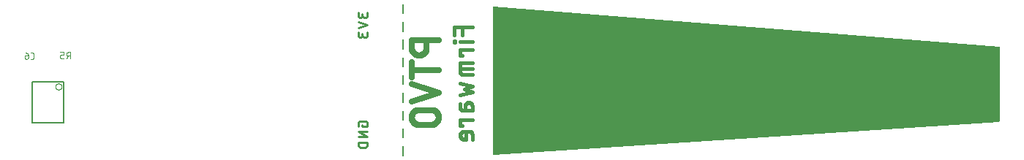
<source format=gbr>
G04 EAGLE Gerber RS-274X export*
G75*
%MOMM*%
%FSLAX34Y34*%
%LPD*%
%INSilkscreen Bottom*%
%IPPOS*%
%AMOC8*
5,1,8,0,0,1.08239X$1,22.5*%
G01*
%ADD10C,0.228600*%
%ADD11C,0.200000*%
%ADD12C,0.685800*%
%ADD13C,0.457200*%
%ADD14C,0.127000*%
%ADD15C,0.050800*%
%ADD16C,0.076200*%

G36*
X636044Y50241D02*
X636044Y50241D01*
X636050Y50240D01*
X1221050Y88976D01*
X1221165Y89002D01*
X1221280Y89027D01*
X1221285Y89030D01*
X1221290Y89031D01*
X1221390Y89093D01*
X1221491Y89153D01*
X1221495Y89158D01*
X1221499Y89160D01*
X1221574Y89251D01*
X1221651Y89340D01*
X1221653Y89345D01*
X1221656Y89350D01*
X1221699Y89459D01*
X1221743Y89568D01*
X1221744Y89575D01*
X1221745Y89579D01*
X1221746Y89596D01*
X1221761Y89735D01*
X1221761Y175160D01*
X1221743Y175270D01*
X1221728Y175382D01*
X1221723Y175392D01*
X1221722Y175402D01*
X1221669Y175501D01*
X1221619Y175603D01*
X1221611Y175610D01*
X1221606Y175620D01*
X1221525Y175697D01*
X1221445Y175777D01*
X1221436Y175782D01*
X1221428Y175789D01*
X1221326Y175836D01*
X1221225Y175887D01*
X1221213Y175889D01*
X1221205Y175893D01*
X1221180Y175896D01*
X1221061Y175918D01*
X636061Y222599D01*
X636010Y222595D01*
X635961Y222601D01*
X635889Y222585D01*
X635815Y222579D01*
X635769Y222559D01*
X635720Y222548D01*
X635657Y222511D01*
X635590Y222482D01*
X635552Y222448D01*
X635509Y222422D01*
X635461Y222366D01*
X635407Y222317D01*
X635382Y222274D01*
X635349Y222235D01*
X635322Y222167D01*
X635286Y222103D01*
X635276Y222054D01*
X635257Y222007D01*
X635244Y221887D01*
X635239Y221862D01*
X635240Y221853D01*
X635239Y221840D01*
X635239Y51000D01*
X635246Y50956D01*
X635244Y50910D01*
X635266Y50835D01*
X635279Y50757D01*
X635300Y50717D01*
X635312Y50674D01*
X635357Y50609D01*
X635394Y50540D01*
X635426Y50509D01*
X635452Y50472D01*
X635515Y50425D01*
X635572Y50371D01*
X635613Y50351D01*
X635649Y50325D01*
X635724Y50300D01*
X635795Y50267D01*
X635840Y50262D01*
X635883Y50248D01*
X636023Y50242D01*
X636039Y50240D01*
X636044Y50241D01*
G37*
D10*
X484097Y85371D02*
X484097Y83635D01*
X489882Y83635D01*
X489882Y87106D01*
X489880Y87199D01*
X489874Y87292D01*
X489865Y87385D01*
X489852Y87477D01*
X489835Y87569D01*
X489815Y87660D01*
X489791Y87750D01*
X489763Y87839D01*
X489732Y87927D01*
X489697Y88013D01*
X489659Y88098D01*
X489617Y88181D01*
X489572Y88263D01*
X489524Y88343D01*
X489472Y88421D01*
X489418Y88496D01*
X489360Y88569D01*
X489300Y88640D01*
X489237Y88709D01*
X489171Y88775D01*
X489102Y88838D01*
X489031Y88898D01*
X488958Y88956D01*
X488883Y89010D01*
X488805Y89062D01*
X488725Y89110D01*
X488643Y89155D01*
X488560Y89197D01*
X488475Y89235D01*
X488389Y89270D01*
X488301Y89301D01*
X488212Y89329D01*
X488122Y89353D01*
X488031Y89373D01*
X487939Y89390D01*
X487847Y89403D01*
X487754Y89412D01*
X487661Y89418D01*
X487568Y89420D01*
X487568Y89421D02*
X481782Y89421D01*
X481782Y89420D02*
X481686Y89418D01*
X481591Y89412D01*
X481496Y89402D01*
X481401Y89388D01*
X481307Y89371D01*
X481214Y89349D01*
X481122Y89324D01*
X481031Y89295D01*
X480941Y89262D01*
X480852Y89225D01*
X480766Y89185D01*
X480681Y89141D01*
X480598Y89094D01*
X480516Y89043D01*
X480437Y88989D01*
X480361Y88932D01*
X480286Y88872D01*
X480215Y88808D01*
X480146Y88742D01*
X480080Y88673D01*
X480016Y88602D01*
X479956Y88527D01*
X479899Y88451D01*
X479845Y88372D01*
X479794Y88291D01*
X479747Y88207D01*
X479703Y88122D01*
X479663Y88036D01*
X479626Y87947D01*
X479593Y87857D01*
X479564Y87766D01*
X479539Y87674D01*
X479517Y87581D01*
X479500Y87487D01*
X479486Y87392D01*
X479476Y87297D01*
X479470Y87202D01*
X479468Y87106D01*
X479468Y83635D01*
X479468Y77229D02*
X489882Y77229D01*
X489882Y71443D02*
X479468Y77229D01*
X479468Y71443D02*
X489882Y71443D01*
X489882Y65037D02*
X479468Y65037D01*
X479468Y62144D01*
X479470Y62038D01*
X479476Y61933D01*
X479485Y61828D01*
X479499Y61723D01*
X479516Y61619D01*
X479537Y61515D01*
X479562Y61412D01*
X479591Y61311D01*
X479623Y61210D01*
X479659Y61111D01*
X479698Y61013D01*
X479742Y60916D01*
X479788Y60821D01*
X479838Y60728D01*
X479892Y60637D01*
X479948Y60548D01*
X480008Y60461D01*
X480071Y60376D01*
X480137Y60293D01*
X480206Y60213D01*
X480278Y60136D01*
X480353Y60061D01*
X480430Y59989D01*
X480510Y59920D01*
X480593Y59854D01*
X480678Y59791D01*
X480765Y59731D01*
X480854Y59675D01*
X480945Y59621D01*
X481038Y59571D01*
X481133Y59525D01*
X481230Y59481D01*
X481328Y59442D01*
X481427Y59406D01*
X481528Y59374D01*
X481629Y59345D01*
X481732Y59320D01*
X481836Y59299D01*
X481940Y59282D01*
X482045Y59268D01*
X482150Y59259D01*
X482255Y59253D01*
X482361Y59251D01*
X486989Y59251D01*
X487095Y59253D01*
X487200Y59259D01*
X487305Y59268D01*
X487410Y59282D01*
X487514Y59299D01*
X487618Y59320D01*
X487721Y59345D01*
X487822Y59374D01*
X487923Y59406D01*
X488022Y59442D01*
X488120Y59481D01*
X488217Y59525D01*
X488312Y59571D01*
X488405Y59621D01*
X488496Y59675D01*
X488585Y59731D01*
X488672Y59791D01*
X488757Y59854D01*
X488840Y59920D01*
X488920Y59989D01*
X488997Y60061D01*
X489072Y60136D01*
X489144Y60213D01*
X489213Y60293D01*
X489279Y60376D01*
X489342Y60461D01*
X489402Y60548D01*
X489458Y60637D01*
X489512Y60728D01*
X489562Y60821D01*
X489608Y60916D01*
X489652Y61013D01*
X489691Y61111D01*
X489727Y61210D01*
X489759Y61311D01*
X489788Y61412D01*
X489813Y61515D01*
X489834Y61619D01*
X489851Y61723D01*
X489865Y61828D01*
X489874Y61933D01*
X489880Y62038D01*
X489882Y62144D01*
X489882Y65037D01*
X489882Y212528D02*
X489882Y215421D01*
X489882Y212528D02*
X489880Y212421D01*
X489874Y212314D01*
X489864Y212208D01*
X489850Y212102D01*
X489833Y211996D01*
X489811Y211892D01*
X489786Y211788D01*
X489756Y211685D01*
X489723Y211583D01*
X489687Y211483D01*
X489646Y211384D01*
X489602Y211287D01*
X489554Y211191D01*
X489503Y211097D01*
X489449Y211005D01*
X489391Y210915D01*
X489329Y210828D01*
X489265Y210742D01*
X489198Y210659D01*
X489127Y210579D01*
X489053Y210501D01*
X488977Y210426D01*
X488898Y210354D01*
X488817Y210285D01*
X488732Y210219D01*
X488646Y210156D01*
X488557Y210097D01*
X488466Y210041D01*
X488373Y209988D01*
X488279Y209938D01*
X488182Y209892D01*
X488084Y209850D01*
X487984Y209812D01*
X487883Y209777D01*
X487781Y209745D01*
X487677Y209718D01*
X487573Y209695D01*
X487468Y209675D01*
X487362Y209659D01*
X487256Y209647D01*
X487149Y209639D01*
X487042Y209635D01*
X486936Y209635D01*
X486829Y209639D01*
X486722Y209647D01*
X486616Y209659D01*
X486510Y209675D01*
X486405Y209695D01*
X486301Y209718D01*
X486197Y209745D01*
X486095Y209777D01*
X485994Y209812D01*
X485894Y209850D01*
X485796Y209892D01*
X485699Y209938D01*
X485605Y209988D01*
X485512Y210041D01*
X485421Y210097D01*
X485332Y210156D01*
X485246Y210219D01*
X485161Y210285D01*
X485080Y210354D01*
X485001Y210426D01*
X484925Y210501D01*
X484851Y210579D01*
X484780Y210659D01*
X484713Y210742D01*
X484649Y210828D01*
X484587Y210915D01*
X484529Y211005D01*
X484475Y211097D01*
X484424Y211191D01*
X484376Y211287D01*
X484332Y211384D01*
X484291Y211483D01*
X484255Y211583D01*
X484222Y211685D01*
X484192Y211788D01*
X484167Y211892D01*
X484145Y211996D01*
X484128Y212102D01*
X484114Y212208D01*
X484104Y212314D01*
X484098Y212421D01*
X484096Y212528D01*
X479468Y211949D02*
X479468Y215421D01*
X479468Y211949D02*
X479470Y211855D01*
X479476Y211760D01*
X479485Y211666D01*
X479499Y211573D01*
X479516Y211480D01*
X479537Y211388D01*
X479562Y211297D01*
X479590Y211207D01*
X479622Y211118D01*
X479658Y211031D01*
X479697Y210945D01*
X479740Y210861D01*
X479786Y210778D01*
X479835Y210698D01*
X479888Y210620D01*
X479944Y210543D01*
X480003Y210470D01*
X480064Y210398D01*
X480129Y210330D01*
X480197Y210263D01*
X480267Y210200D01*
X480339Y210140D01*
X480414Y210082D01*
X480492Y210028D01*
X480571Y209977D01*
X480652Y209929D01*
X480736Y209885D01*
X480821Y209844D01*
X480907Y209807D01*
X480995Y209773D01*
X481085Y209742D01*
X481175Y209716D01*
X481267Y209693D01*
X481360Y209674D01*
X481453Y209659D01*
X481546Y209647D01*
X481640Y209639D01*
X481735Y209635D01*
X481829Y209635D01*
X481924Y209639D01*
X482018Y209647D01*
X482111Y209659D01*
X482204Y209674D01*
X482297Y209693D01*
X482389Y209716D01*
X482479Y209742D01*
X482569Y209773D01*
X482657Y209807D01*
X482743Y209844D01*
X482828Y209885D01*
X482912Y209929D01*
X482993Y209977D01*
X483072Y210028D01*
X483150Y210082D01*
X483225Y210140D01*
X483297Y210200D01*
X483367Y210263D01*
X483435Y210330D01*
X483500Y210398D01*
X483561Y210470D01*
X483620Y210543D01*
X483676Y210620D01*
X483729Y210698D01*
X483778Y210778D01*
X483824Y210861D01*
X483867Y210945D01*
X483906Y211031D01*
X483942Y211118D01*
X483974Y211207D01*
X484002Y211297D01*
X484027Y211388D01*
X484048Y211480D01*
X484065Y211573D01*
X484079Y211666D01*
X484088Y211760D01*
X484094Y211855D01*
X484096Y211949D01*
X484097Y211949D02*
X484097Y214263D01*
X479468Y204569D02*
X489882Y201098D01*
X479468Y197627D01*
X489882Y192561D02*
X489882Y189668D01*
X489880Y189561D01*
X489874Y189454D01*
X489864Y189348D01*
X489850Y189242D01*
X489833Y189136D01*
X489811Y189032D01*
X489786Y188928D01*
X489756Y188825D01*
X489723Y188723D01*
X489687Y188623D01*
X489646Y188524D01*
X489602Y188427D01*
X489554Y188331D01*
X489503Y188237D01*
X489449Y188145D01*
X489391Y188055D01*
X489329Y187968D01*
X489265Y187882D01*
X489198Y187799D01*
X489127Y187719D01*
X489053Y187641D01*
X488977Y187566D01*
X488898Y187494D01*
X488817Y187425D01*
X488732Y187359D01*
X488646Y187296D01*
X488557Y187237D01*
X488466Y187181D01*
X488373Y187128D01*
X488279Y187078D01*
X488182Y187032D01*
X488084Y186990D01*
X487984Y186952D01*
X487883Y186917D01*
X487781Y186885D01*
X487677Y186858D01*
X487573Y186835D01*
X487468Y186815D01*
X487362Y186799D01*
X487256Y186787D01*
X487149Y186779D01*
X487042Y186775D01*
X486936Y186775D01*
X486829Y186779D01*
X486722Y186787D01*
X486616Y186799D01*
X486510Y186815D01*
X486405Y186835D01*
X486301Y186858D01*
X486197Y186885D01*
X486095Y186917D01*
X485994Y186952D01*
X485894Y186990D01*
X485796Y187032D01*
X485699Y187078D01*
X485605Y187128D01*
X485512Y187181D01*
X485421Y187237D01*
X485332Y187296D01*
X485246Y187359D01*
X485161Y187425D01*
X485080Y187494D01*
X485001Y187566D01*
X484925Y187641D01*
X484851Y187719D01*
X484780Y187799D01*
X484713Y187882D01*
X484649Y187968D01*
X484587Y188055D01*
X484529Y188145D01*
X484475Y188237D01*
X484424Y188331D01*
X484376Y188427D01*
X484332Y188524D01*
X484291Y188623D01*
X484255Y188723D01*
X484222Y188825D01*
X484192Y188928D01*
X484167Y189032D01*
X484145Y189136D01*
X484128Y189242D01*
X484114Y189348D01*
X484104Y189454D01*
X484098Y189561D01*
X484096Y189668D01*
X479468Y189089D02*
X479468Y192561D01*
X479468Y189089D02*
X479470Y188995D01*
X479476Y188900D01*
X479485Y188806D01*
X479499Y188713D01*
X479516Y188620D01*
X479537Y188528D01*
X479562Y188437D01*
X479590Y188347D01*
X479622Y188258D01*
X479658Y188171D01*
X479697Y188085D01*
X479740Y188001D01*
X479786Y187918D01*
X479835Y187838D01*
X479888Y187760D01*
X479944Y187683D01*
X480003Y187610D01*
X480064Y187538D01*
X480129Y187470D01*
X480197Y187403D01*
X480267Y187340D01*
X480339Y187280D01*
X480414Y187222D01*
X480492Y187168D01*
X480571Y187117D01*
X480652Y187069D01*
X480736Y187025D01*
X480821Y186984D01*
X480907Y186947D01*
X480995Y186913D01*
X481085Y186882D01*
X481175Y186856D01*
X481267Y186833D01*
X481360Y186814D01*
X481453Y186799D01*
X481546Y186787D01*
X481640Y186779D01*
X481735Y186775D01*
X481829Y186775D01*
X481924Y186779D01*
X482018Y186787D01*
X482111Y186799D01*
X482204Y186814D01*
X482297Y186833D01*
X482389Y186856D01*
X482479Y186882D01*
X482569Y186913D01*
X482657Y186947D01*
X482743Y186984D01*
X482828Y187025D01*
X482912Y187069D01*
X482993Y187117D01*
X483072Y187168D01*
X483150Y187222D01*
X483225Y187280D01*
X483297Y187340D01*
X483367Y187403D01*
X483435Y187470D01*
X483500Y187538D01*
X483561Y187610D01*
X483620Y187683D01*
X483676Y187760D01*
X483729Y187838D01*
X483778Y187918D01*
X483824Y188001D01*
X483867Y188085D01*
X483906Y188171D01*
X483942Y188258D01*
X483974Y188347D01*
X484002Y188437D01*
X484027Y188528D01*
X484048Y188620D01*
X484065Y188713D01*
X484079Y188806D01*
X484088Y188900D01*
X484094Y188995D01*
X484096Y189089D01*
X484097Y189089D02*
X484097Y191404D01*
D11*
X636000Y202250D02*
X636000Y213000D01*
X636000Y192250D02*
X636000Y181500D01*
X636000Y171500D02*
X636000Y160750D01*
X636000Y150750D02*
X636000Y140000D01*
X636000Y130000D02*
X636000Y119250D01*
X636000Y109250D02*
X636000Y98500D01*
X636000Y88500D02*
X636000Y77750D01*
X636000Y67750D02*
X636000Y57000D01*
X531000Y214444D02*
X531000Y225000D01*
X531000Y204444D02*
X531000Y193889D01*
X531000Y183889D02*
X531000Y173333D01*
X531000Y163333D02*
X531000Y152778D01*
X531000Y142778D02*
X531000Y132222D01*
X531000Y122222D02*
X531000Y111667D01*
X531000Y101667D02*
X531000Y91111D01*
X531000Y81111D02*
X531000Y70556D01*
X531000Y60556D02*
X531000Y50000D01*
D12*
X541354Y183135D02*
X572596Y183135D01*
X541354Y183135D02*
X541354Y174456D01*
X541357Y174245D01*
X541364Y174033D01*
X541377Y173823D01*
X541395Y173612D01*
X541418Y173402D01*
X541446Y173192D01*
X541480Y172984D01*
X541518Y172776D01*
X541562Y172569D01*
X541610Y172363D01*
X541664Y172159D01*
X541722Y171956D01*
X541785Y171754D01*
X541854Y171554D01*
X541927Y171356D01*
X542005Y171159D01*
X542087Y170965D01*
X542175Y170773D01*
X542267Y170582D01*
X542363Y170394D01*
X542464Y170209D01*
X542570Y170026D01*
X542680Y169845D01*
X542795Y169668D01*
X542913Y169493D01*
X543036Y169321D01*
X543163Y169152D01*
X543295Y168987D01*
X543430Y168824D01*
X543569Y168665D01*
X543712Y168509D01*
X543858Y168357D01*
X544009Y168209D01*
X544163Y168064D01*
X544320Y167923D01*
X544481Y167786D01*
X544645Y167652D01*
X544812Y167523D01*
X544983Y167398D01*
X545156Y167277D01*
X545332Y167161D01*
X545511Y167049D01*
X545693Y166941D01*
X545877Y166837D01*
X546064Y166738D01*
X546253Y166644D01*
X546445Y166554D01*
X546638Y166469D01*
X546833Y166389D01*
X547031Y166313D01*
X547230Y166243D01*
X547431Y166177D01*
X547633Y166116D01*
X547837Y166060D01*
X548042Y166009D01*
X548248Y165963D01*
X548456Y165922D01*
X548664Y165886D01*
X548873Y165856D01*
X549083Y165830D01*
X549293Y165810D01*
X549504Y165794D01*
X549715Y165784D01*
X549926Y165779D01*
X550138Y165779D01*
X550349Y165784D01*
X550560Y165794D01*
X550771Y165810D01*
X550981Y165830D01*
X551191Y165856D01*
X551400Y165886D01*
X551608Y165922D01*
X551816Y165963D01*
X552022Y166009D01*
X552227Y166060D01*
X552431Y166116D01*
X552633Y166177D01*
X552834Y166243D01*
X553033Y166313D01*
X553231Y166389D01*
X553426Y166469D01*
X553619Y166554D01*
X553811Y166644D01*
X554000Y166738D01*
X554187Y166837D01*
X554371Y166941D01*
X554553Y167049D01*
X554732Y167161D01*
X554908Y167277D01*
X555081Y167398D01*
X555252Y167523D01*
X555419Y167652D01*
X555583Y167786D01*
X555744Y167923D01*
X555901Y168064D01*
X556055Y168209D01*
X556206Y168357D01*
X556352Y168509D01*
X556495Y168665D01*
X556634Y168824D01*
X556769Y168987D01*
X556901Y169152D01*
X557028Y169321D01*
X557151Y169493D01*
X557269Y169668D01*
X557384Y169845D01*
X557494Y170026D01*
X557600Y170209D01*
X557701Y170394D01*
X557797Y170582D01*
X557889Y170773D01*
X557977Y170965D01*
X558059Y171159D01*
X558137Y171356D01*
X558210Y171554D01*
X558279Y171754D01*
X558342Y171956D01*
X558400Y172159D01*
X558454Y172363D01*
X558502Y172569D01*
X558546Y172776D01*
X558584Y172984D01*
X558618Y173192D01*
X558646Y173402D01*
X558669Y173612D01*
X558687Y173823D01*
X558700Y174033D01*
X558707Y174245D01*
X558710Y174456D01*
X558711Y174456D02*
X558711Y183135D01*
X572596Y149021D02*
X541354Y149021D01*
X541354Y157699D02*
X541354Y140343D01*
X541354Y132765D02*
X572596Y122351D01*
X541354Y111937D01*
X550032Y102454D02*
X563918Y102454D01*
X550032Y102454D02*
X549821Y102451D01*
X549609Y102444D01*
X549399Y102431D01*
X549188Y102413D01*
X548978Y102390D01*
X548768Y102362D01*
X548560Y102328D01*
X548352Y102290D01*
X548145Y102246D01*
X547939Y102198D01*
X547735Y102144D01*
X547532Y102086D01*
X547330Y102023D01*
X547130Y101954D01*
X546932Y101881D01*
X546735Y101803D01*
X546541Y101721D01*
X546349Y101633D01*
X546158Y101541D01*
X545970Y101445D01*
X545785Y101344D01*
X545602Y101238D01*
X545421Y101128D01*
X545244Y101013D01*
X545069Y100895D01*
X544897Y100772D01*
X544728Y100645D01*
X544563Y100513D01*
X544400Y100378D01*
X544241Y100239D01*
X544085Y100096D01*
X543933Y99950D01*
X543785Y99799D01*
X543640Y99645D01*
X543499Y99488D01*
X543362Y99327D01*
X543228Y99163D01*
X543099Y98996D01*
X542974Y98825D01*
X542853Y98652D01*
X542737Y98476D01*
X542625Y98297D01*
X542517Y98115D01*
X542413Y97931D01*
X542314Y97744D01*
X542220Y97555D01*
X542130Y97363D01*
X542045Y97170D01*
X541965Y96975D01*
X541889Y96777D01*
X541819Y96578D01*
X541753Y96377D01*
X541692Y96175D01*
X541636Y95971D01*
X541585Y95766D01*
X541539Y95560D01*
X541498Y95352D01*
X541462Y95144D01*
X541432Y94935D01*
X541406Y94725D01*
X541386Y94515D01*
X541370Y94304D01*
X541360Y94093D01*
X541355Y93882D01*
X541355Y93670D01*
X541360Y93459D01*
X541370Y93248D01*
X541386Y93037D01*
X541406Y92827D01*
X541432Y92617D01*
X541462Y92408D01*
X541498Y92200D01*
X541539Y91992D01*
X541585Y91786D01*
X541636Y91581D01*
X541692Y91377D01*
X541753Y91175D01*
X541819Y90974D01*
X541889Y90775D01*
X541965Y90577D01*
X542045Y90382D01*
X542130Y90189D01*
X542220Y89997D01*
X542314Y89808D01*
X542413Y89621D01*
X542517Y89437D01*
X542625Y89255D01*
X542737Y89076D01*
X542853Y88900D01*
X542974Y88727D01*
X543099Y88556D01*
X543228Y88389D01*
X543362Y88225D01*
X543499Y88064D01*
X543640Y87907D01*
X543785Y87753D01*
X543933Y87602D01*
X544085Y87456D01*
X544241Y87313D01*
X544400Y87174D01*
X544563Y87039D01*
X544728Y86907D01*
X544897Y86780D01*
X545069Y86657D01*
X545244Y86539D01*
X545421Y86424D01*
X545602Y86314D01*
X545785Y86208D01*
X545970Y86107D01*
X546158Y86011D01*
X546349Y85919D01*
X546541Y85831D01*
X546735Y85749D01*
X546932Y85671D01*
X547130Y85598D01*
X547330Y85529D01*
X547532Y85466D01*
X547735Y85408D01*
X547939Y85354D01*
X548145Y85306D01*
X548352Y85262D01*
X548560Y85224D01*
X548768Y85190D01*
X548978Y85162D01*
X549188Y85139D01*
X549399Y85121D01*
X549609Y85108D01*
X549821Y85101D01*
X550032Y85098D01*
X563918Y85098D01*
X564129Y85101D01*
X564341Y85108D01*
X564551Y85121D01*
X564762Y85139D01*
X564972Y85162D01*
X565182Y85190D01*
X565390Y85224D01*
X565598Y85262D01*
X565805Y85306D01*
X566011Y85354D01*
X566215Y85408D01*
X566418Y85466D01*
X566620Y85529D01*
X566820Y85598D01*
X567018Y85671D01*
X567215Y85749D01*
X567409Y85831D01*
X567601Y85919D01*
X567792Y86011D01*
X567980Y86107D01*
X568165Y86208D01*
X568348Y86314D01*
X568529Y86424D01*
X568706Y86539D01*
X568881Y86657D01*
X569053Y86780D01*
X569222Y86907D01*
X569387Y87039D01*
X569550Y87174D01*
X569709Y87313D01*
X569865Y87456D01*
X570017Y87602D01*
X570165Y87753D01*
X570310Y87907D01*
X570451Y88064D01*
X570588Y88225D01*
X570722Y88389D01*
X570851Y88556D01*
X570976Y88727D01*
X571097Y88900D01*
X571213Y89076D01*
X571325Y89255D01*
X571433Y89437D01*
X571537Y89621D01*
X571636Y89808D01*
X571730Y89997D01*
X571820Y90189D01*
X571905Y90382D01*
X571985Y90577D01*
X572061Y90775D01*
X572131Y90974D01*
X572197Y91175D01*
X572258Y91377D01*
X572314Y91581D01*
X572365Y91786D01*
X572411Y91992D01*
X572452Y92200D01*
X572488Y92408D01*
X572518Y92617D01*
X572544Y92827D01*
X572564Y93037D01*
X572580Y93248D01*
X572590Y93459D01*
X572595Y93670D01*
X572595Y93882D01*
X572590Y94093D01*
X572580Y94304D01*
X572564Y94515D01*
X572544Y94725D01*
X572518Y94935D01*
X572488Y95144D01*
X572452Y95352D01*
X572411Y95560D01*
X572365Y95766D01*
X572314Y95971D01*
X572258Y96175D01*
X572197Y96377D01*
X572131Y96578D01*
X572061Y96777D01*
X571985Y96975D01*
X571905Y97170D01*
X571820Y97363D01*
X571730Y97555D01*
X571636Y97744D01*
X571537Y97931D01*
X571433Y98115D01*
X571325Y98297D01*
X571213Y98476D01*
X571097Y98652D01*
X570976Y98825D01*
X570851Y98996D01*
X570722Y99163D01*
X570588Y99327D01*
X570451Y99488D01*
X570310Y99645D01*
X570165Y99799D01*
X570017Y99950D01*
X569865Y100096D01*
X569709Y100239D01*
X569550Y100378D01*
X569387Y100513D01*
X569222Y100645D01*
X569053Y100772D01*
X568881Y100895D01*
X568706Y101013D01*
X568529Y101128D01*
X568348Y101238D01*
X568165Y101344D01*
X567980Y101445D01*
X567792Y101541D01*
X567601Y101633D01*
X567409Y101721D01*
X567215Y101803D01*
X567018Y101881D01*
X566820Y101954D01*
X566620Y102023D01*
X566418Y102086D01*
X566215Y102144D01*
X566011Y102198D01*
X565805Y102246D01*
X565598Y102290D01*
X565390Y102328D01*
X565182Y102362D01*
X564972Y102390D01*
X564762Y102413D01*
X564551Y102431D01*
X564341Y102444D01*
X564129Y102451D01*
X563918Y102454D01*
D13*
X590411Y198528D02*
X611239Y198528D01*
X590411Y198528D02*
X590411Y189271D01*
X599668Y189271D02*
X599668Y198528D01*
X597354Y181668D02*
X611239Y181668D01*
X591568Y182246D02*
X590411Y182246D01*
X590411Y181089D01*
X591568Y181089D01*
X591568Y182246D01*
X597354Y172217D02*
X611239Y172217D01*
X597354Y172217D02*
X597354Y165274D01*
X599668Y165274D01*
X597354Y157292D02*
X611239Y157292D01*
X597354Y157292D02*
X597354Y146878D01*
X597356Y146762D01*
X597362Y146646D01*
X597371Y146531D01*
X597385Y146415D01*
X597402Y146301D01*
X597424Y146187D01*
X597449Y146073D01*
X597477Y145961D01*
X597510Y145850D01*
X597546Y145739D01*
X597586Y145630D01*
X597629Y145523D01*
X597676Y145417D01*
X597727Y145313D01*
X597781Y145210D01*
X597839Y145109D01*
X597899Y145010D01*
X597963Y144914D01*
X598031Y144819D01*
X598101Y144727D01*
X598174Y144637D01*
X598251Y144550D01*
X598330Y144465D01*
X598412Y144383D01*
X598497Y144304D01*
X598584Y144227D01*
X598674Y144154D01*
X598766Y144084D01*
X598861Y144016D01*
X598957Y143952D01*
X599056Y143892D01*
X599157Y143834D01*
X599260Y143780D01*
X599364Y143729D01*
X599470Y143682D01*
X599577Y143639D01*
X599686Y143599D01*
X599797Y143563D01*
X599908Y143530D01*
X600020Y143502D01*
X600134Y143477D01*
X600248Y143455D01*
X600362Y143438D01*
X600478Y143424D01*
X600593Y143415D01*
X600709Y143409D01*
X600825Y143407D01*
X611239Y143407D01*
X611239Y150350D02*
X597354Y150350D01*
X597354Y133630D02*
X611239Y130158D01*
X601982Y126687D01*
X611239Y123216D01*
X597354Y119744D01*
X603139Y107211D02*
X603139Y102004D01*
X603139Y107211D02*
X603141Y107337D01*
X603147Y107463D01*
X603157Y107588D01*
X603170Y107714D01*
X603188Y107838D01*
X603209Y107962D01*
X603235Y108086D01*
X603264Y108208D01*
X603297Y108330D01*
X603333Y108451D01*
X603374Y108570D01*
X603418Y108688D01*
X603466Y108804D01*
X603517Y108919D01*
X603572Y109033D01*
X603630Y109144D01*
X603692Y109254D01*
X603757Y109362D01*
X603826Y109468D01*
X603898Y109571D01*
X603973Y109672D01*
X604051Y109771D01*
X604132Y109868D01*
X604216Y109961D01*
X604303Y110052D01*
X604393Y110141D01*
X604485Y110226D01*
X604580Y110309D01*
X604678Y110389D01*
X604778Y110465D01*
X604880Y110539D01*
X604985Y110609D01*
X605092Y110676D01*
X605200Y110739D01*
X605311Y110799D01*
X605424Y110856D01*
X605538Y110909D01*
X605654Y110959D01*
X605771Y111005D01*
X605890Y111047D01*
X606010Y111085D01*
X606131Y111120D01*
X606253Y111151D01*
X606376Y111179D01*
X606500Y111202D01*
X606624Y111221D01*
X606749Y111237D01*
X606874Y111249D01*
X607000Y111257D01*
X607126Y111261D01*
X607252Y111261D01*
X607378Y111257D01*
X607504Y111249D01*
X607629Y111237D01*
X607754Y111221D01*
X607878Y111202D01*
X608002Y111179D01*
X608125Y111151D01*
X608247Y111120D01*
X608368Y111085D01*
X608488Y111047D01*
X608607Y111005D01*
X608724Y110959D01*
X608840Y110909D01*
X608954Y110856D01*
X609067Y110799D01*
X609178Y110739D01*
X609286Y110676D01*
X609393Y110609D01*
X609498Y110539D01*
X609600Y110465D01*
X609700Y110389D01*
X609798Y110309D01*
X609893Y110226D01*
X609985Y110141D01*
X610075Y110052D01*
X610162Y109961D01*
X610246Y109868D01*
X610327Y109771D01*
X610405Y109672D01*
X610480Y109571D01*
X610552Y109468D01*
X610621Y109362D01*
X610686Y109254D01*
X610748Y109144D01*
X610806Y109033D01*
X610861Y108919D01*
X610912Y108804D01*
X610960Y108688D01*
X611004Y108570D01*
X611045Y108451D01*
X611081Y108330D01*
X611114Y108208D01*
X611143Y108086D01*
X611169Y107962D01*
X611190Y107838D01*
X611208Y107714D01*
X611221Y107588D01*
X611231Y107463D01*
X611237Y107337D01*
X611239Y107211D01*
X611239Y102004D01*
X600825Y102004D01*
X600709Y102006D01*
X600593Y102012D01*
X600478Y102021D01*
X600362Y102035D01*
X600248Y102052D01*
X600134Y102074D01*
X600020Y102099D01*
X599908Y102127D01*
X599797Y102160D01*
X599686Y102196D01*
X599577Y102236D01*
X599470Y102279D01*
X599364Y102326D01*
X599260Y102377D01*
X599157Y102431D01*
X599056Y102489D01*
X598957Y102549D01*
X598861Y102613D01*
X598766Y102681D01*
X598674Y102751D01*
X598584Y102824D01*
X598497Y102901D01*
X598412Y102980D01*
X598330Y103062D01*
X598251Y103147D01*
X598174Y103234D01*
X598101Y103324D01*
X598031Y103416D01*
X597963Y103511D01*
X597899Y103607D01*
X597839Y103706D01*
X597781Y103807D01*
X597727Y103910D01*
X597676Y104014D01*
X597629Y104120D01*
X597586Y104228D01*
X597546Y104336D01*
X597510Y104447D01*
X597477Y104558D01*
X597449Y104670D01*
X597424Y104784D01*
X597402Y104898D01*
X597385Y105012D01*
X597371Y105128D01*
X597362Y105243D01*
X597356Y105359D01*
X597354Y105475D01*
X597354Y110103D01*
X597354Y91486D02*
X611239Y91486D01*
X597354Y91486D02*
X597354Y84543D01*
X599668Y84543D01*
X611239Y74255D02*
X611239Y68470D01*
X611239Y74255D02*
X611237Y74371D01*
X611231Y74487D01*
X611222Y74602D01*
X611208Y74718D01*
X611191Y74832D01*
X611169Y74946D01*
X611144Y75060D01*
X611116Y75172D01*
X611083Y75283D01*
X611047Y75394D01*
X611007Y75503D01*
X610964Y75610D01*
X610917Y75716D01*
X610866Y75820D01*
X610812Y75923D01*
X610754Y76024D01*
X610694Y76123D01*
X610630Y76219D01*
X610562Y76314D01*
X610492Y76406D01*
X610419Y76496D01*
X610342Y76583D01*
X610263Y76668D01*
X610181Y76750D01*
X610096Y76829D01*
X610009Y76906D01*
X609919Y76979D01*
X609827Y77049D01*
X609732Y77117D01*
X609636Y77181D01*
X609537Y77241D01*
X609436Y77299D01*
X609333Y77353D01*
X609229Y77404D01*
X609123Y77451D01*
X609016Y77494D01*
X608907Y77534D01*
X608796Y77570D01*
X608685Y77603D01*
X608573Y77631D01*
X608459Y77656D01*
X608345Y77678D01*
X608231Y77695D01*
X608115Y77709D01*
X608000Y77718D01*
X607884Y77724D01*
X607768Y77726D01*
X607768Y77727D02*
X601982Y77727D01*
X601982Y77726D02*
X601847Y77724D01*
X601713Y77718D01*
X601579Y77708D01*
X601445Y77695D01*
X601311Y77677D01*
X601178Y77656D01*
X601046Y77630D01*
X600915Y77601D01*
X600784Y77568D01*
X600655Y77532D01*
X600526Y77491D01*
X600399Y77447D01*
X600273Y77399D01*
X600149Y77348D01*
X600026Y77292D01*
X599905Y77234D01*
X599786Y77172D01*
X599668Y77106D01*
X599552Y77037D01*
X599439Y76965D01*
X599327Y76889D01*
X599218Y76810D01*
X599112Y76728D01*
X599007Y76643D01*
X598905Y76555D01*
X598806Y76464D01*
X598710Y76370D01*
X598616Y76274D01*
X598525Y76175D01*
X598437Y76073D01*
X598352Y75968D01*
X598270Y75862D01*
X598191Y75753D01*
X598115Y75641D01*
X598043Y75528D01*
X597974Y75412D01*
X597908Y75294D01*
X597846Y75175D01*
X597788Y75054D01*
X597732Y74931D01*
X597681Y74807D01*
X597633Y74681D01*
X597589Y74554D01*
X597548Y74425D01*
X597512Y74296D01*
X597479Y74165D01*
X597450Y74034D01*
X597424Y73902D01*
X597403Y73769D01*
X597385Y73635D01*
X597372Y73501D01*
X597362Y73367D01*
X597356Y73233D01*
X597354Y73098D01*
X597356Y72963D01*
X597362Y72829D01*
X597372Y72695D01*
X597385Y72561D01*
X597403Y72427D01*
X597424Y72294D01*
X597450Y72162D01*
X597479Y72031D01*
X597512Y71900D01*
X597548Y71771D01*
X597589Y71642D01*
X597633Y71515D01*
X597681Y71389D01*
X597732Y71265D01*
X597788Y71142D01*
X597846Y71021D01*
X597908Y70902D01*
X597974Y70784D01*
X598043Y70668D01*
X598115Y70555D01*
X598191Y70443D01*
X598270Y70334D01*
X598352Y70228D01*
X598437Y70123D01*
X598525Y70021D01*
X598616Y69922D01*
X598710Y69826D01*
X598806Y69732D01*
X598905Y69641D01*
X599007Y69553D01*
X599112Y69468D01*
X599218Y69386D01*
X599327Y69307D01*
X599439Y69231D01*
X599552Y69159D01*
X599668Y69090D01*
X599786Y69024D01*
X599905Y68962D01*
X600026Y68904D01*
X600149Y68848D01*
X600273Y68797D01*
X600399Y68749D01*
X600526Y68705D01*
X600655Y68664D01*
X600784Y68628D01*
X600915Y68595D01*
X601046Y68566D01*
X601178Y68540D01*
X601311Y68519D01*
X601445Y68501D01*
X601579Y68488D01*
X601713Y68478D01*
X601847Y68472D01*
X601982Y68470D01*
X604296Y68470D01*
X604296Y77727D01*
D14*
X138034Y88028D02*
X138034Y135272D01*
X138034Y88028D02*
X101966Y88028D01*
X101966Y135272D01*
X138034Y135272D01*
D15*
X128890Y129684D02*
X128892Y129803D01*
X128898Y129922D01*
X128908Y130040D01*
X128922Y130158D01*
X128940Y130275D01*
X128961Y130392D01*
X128987Y130508D01*
X129016Y130623D01*
X129050Y130738D01*
X129087Y130850D01*
X129128Y130962D01*
X129172Y131072D01*
X129220Y131181D01*
X129272Y131288D01*
X129328Y131393D01*
X129386Y131496D01*
X129449Y131597D01*
X129514Y131697D01*
X129583Y131793D01*
X129655Y131888D01*
X129730Y131980D01*
X129809Y132069D01*
X129890Y132156D01*
X129974Y132240D01*
X130061Y132321D01*
X130150Y132400D01*
X130242Y132475D01*
X130337Y132547D01*
X130433Y132616D01*
X130533Y132681D01*
X130634Y132744D01*
X130737Y132802D01*
X130842Y132858D01*
X130949Y132910D01*
X131058Y132958D01*
X131168Y133002D01*
X131280Y133043D01*
X131392Y133080D01*
X131507Y133114D01*
X131622Y133143D01*
X131738Y133169D01*
X131855Y133190D01*
X131972Y133208D01*
X132090Y133222D01*
X132208Y133232D01*
X132327Y133238D01*
X132446Y133240D01*
X132565Y133238D01*
X132684Y133232D01*
X132802Y133222D01*
X132920Y133208D01*
X133037Y133190D01*
X133154Y133169D01*
X133270Y133143D01*
X133385Y133114D01*
X133500Y133080D01*
X133612Y133043D01*
X133724Y133002D01*
X133834Y132958D01*
X133943Y132910D01*
X134050Y132858D01*
X134155Y132802D01*
X134258Y132744D01*
X134359Y132681D01*
X134459Y132616D01*
X134555Y132547D01*
X134650Y132475D01*
X134742Y132400D01*
X134831Y132321D01*
X134918Y132240D01*
X135002Y132156D01*
X135083Y132069D01*
X135162Y131980D01*
X135237Y131888D01*
X135309Y131793D01*
X135378Y131697D01*
X135443Y131597D01*
X135506Y131496D01*
X135564Y131393D01*
X135620Y131288D01*
X135672Y131181D01*
X135720Y131072D01*
X135764Y130962D01*
X135805Y130850D01*
X135842Y130738D01*
X135876Y130623D01*
X135905Y130508D01*
X135931Y130392D01*
X135952Y130275D01*
X135970Y130158D01*
X135984Y130040D01*
X135994Y129922D01*
X136000Y129803D01*
X136002Y129684D01*
X136000Y129565D01*
X135994Y129446D01*
X135984Y129328D01*
X135970Y129210D01*
X135952Y129093D01*
X135931Y128976D01*
X135905Y128860D01*
X135876Y128745D01*
X135842Y128630D01*
X135805Y128518D01*
X135764Y128406D01*
X135720Y128296D01*
X135672Y128187D01*
X135620Y128080D01*
X135564Y127975D01*
X135506Y127872D01*
X135443Y127771D01*
X135378Y127671D01*
X135309Y127575D01*
X135237Y127480D01*
X135162Y127388D01*
X135083Y127299D01*
X135002Y127212D01*
X134918Y127128D01*
X134831Y127047D01*
X134742Y126968D01*
X134650Y126893D01*
X134555Y126821D01*
X134459Y126752D01*
X134359Y126687D01*
X134258Y126624D01*
X134155Y126566D01*
X134050Y126510D01*
X133943Y126458D01*
X133834Y126410D01*
X133724Y126366D01*
X133612Y126325D01*
X133500Y126288D01*
X133385Y126254D01*
X133270Y126225D01*
X133154Y126199D01*
X133037Y126178D01*
X132920Y126160D01*
X132802Y126146D01*
X132684Y126136D01*
X132565Y126130D01*
X132446Y126128D01*
X132327Y126130D01*
X132208Y126136D01*
X132090Y126146D01*
X131972Y126160D01*
X131855Y126178D01*
X131738Y126199D01*
X131622Y126225D01*
X131507Y126254D01*
X131392Y126288D01*
X131280Y126325D01*
X131168Y126366D01*
X131058Y126410D01*
X130949Y126458D01*
X130842Y126510D01*
X130737Y126566D01*
X130634Y126624D01*
X130533Y126687D01*
X130433Y126752D01*
X130337Y126821D01*
X130242Y126893D01*
X130150Y126968D01*
X130061Y127047D01*
X129974Y127128D01*
X129890Y127212D01*
X129809Y127299D01*
X129730Y127388D01*
X129655Y127480D01*
X129583Y127575D01*
X129514Y127671D01*
X129449Y127771D01*
X129386Y127872D01*
X129328Y127975D01*
X129272Y128080D01*
X129220Y128187D01*
X129172Y128296D01*
X129128Y128406D01*
X129087Y128518D01*
X129050Y128630D01*
X129016Y128745D01*
X128987Y128860D01*
X128961Y128976D01*
X128940Y129093D01*
X128922Y129210D01*
X128908Y129328D01*
X128898Y129446D01*
X128892Y129565D01*
X128890Y129684D01*
D16*
X145577Y162093D02*
X145577Y169459D01*
X143531Y169459D01*
X143442Y169457D01*
X143353Y169451D01*
X143264Y169441D01*
X143176Y169428D01*
X143088Y169411D01*
X143001Y169389D01*
X142916Y169364D01*
X142831Y169336D01*
X142748Y169303D01*
X142666Y169267D01*
X142586Y169228D01*
X142508Y169185D01*
X142432Y169139D01*
X142357Y169089D01*
X142285Y169036D01*
X142216Y168980D01*
X142149Y168921D01*
X142084Y168860D01*
X142023Y168795D01*
X141964Y168728D01*
X141908Y168659D01*
X141855Y168587D01*
X141805Y168512D01*
X141759Y168436D01*
X141716Y168358D01*
X141677Y168278D01*
X141641Y168196D01*
X141608Y168113D01*
X141580Y168028D01*
X141555Y167943D01*
X141533Y167856D01*
X141516Y167768D01*
X141503Y167680D01*
X141493Y167591D01*
X141487Y167502D01*
X141485Y167413D01*
X141487Y167324D01*
X141493Y167235D01*
X141503Y167146D01*
X141516Y167058D01*
X141533Y166970D01*
X141555Y166883D01*
X141580Y166798D01*
X141608Y166713D01*
X141641Y166630D01*
X141677Y166548D01*
X141716Y166468D01*
X141759Y166390D01*
X141805Y166314D01*
X141855Y166239D01*
X141908Y166167D01*
X141964Y166098D01*
X142023Y166031D01*
X142084Y165966D01*
X142149Y165905D01*
X142216Y165846D01*
X142285Y165790D01*
X142357Y165737D01*
X142432Y165687D01*
X142508Y165641D01*
X142586Y165598D01*
X142666Y165559D01*
X142748Y165523D01*
X142831Y165490D01*
X142916Y165462D01*
X143001Y165437D01*
X143088Y165415D01*
X143176Y165398D01*
X143264Y165385D01*
X143353Y165375D01*
X143442Y165369D01*
X143531Y165367D01*
X145577Y165367D01*
X143122Y165367D02*
X141485Y162093D01*
X138313Y162093D02*
X135858Y162093D01*
X135778Y162095D01*
X135698Y162101D01*
X135618Y162111D01*
X135539Y162124D01*
X135460Y162142D01*
X135383Y162163D01*
X135307Y162189D01*
X135232Y162218D01*
X135158Y162250D01*
X135086Y162286D01*
X135016Y162326D01*
X134949Y162369D01*
X134883Y162415D01*
X134820Y162465D01*
X134759Y162517D01*
X134700Y162572D01*
X134645Y162631D01*
X134593Y162691D01*
X134543Y162755D01*
X134497Y162820D01*
X134454Y162888D01*
X134414Y162958D01*
X134378Y163030D01*
X134346Y163104D01*
X134317Y163178D01*
X134292Y163255D01*
X134270Y163332D01*
X134252Y163411D01*
X134239Y163490D01*
X134229Y163569D01*
X134223Y163650D01*
X134221Y163730D01*
X134221Y164548D01*
X134223Y164626D01*
X134228Y164704D01*
X134238Y164781D01*
X134251Y164858D01*
X134267Y164934D01*
X134287Y165009D01*
X134311Y165083D01*
X134338Y165156D01*
X134369Y165228D01*
X134403Y165298D01*
X134440Y165367D01*
X134481Y165433D01*
X134525Y165498D01*
X134571Y165560D01*
X134621Y165620D01*
X134673Y165678D01*
X134728Y165733D01*
X134786Y165785D01*
X134846Y165835D01*
X134908Y165881D01*
X134973Y165925D01*
X135040Y165966D01*
X135108Y166003D01*
X135178Y166037D01*
X135250Y166068D01*
X135323Y166095D01*
X135397Y166119D01*
X135472Y166139D01*
X135548Y166155D01*
X135625Y166168D01*
X135702Y166178D01*
X135780Y166183D01*
X135858Y166185D01*
X138313Y166185D01*
X138313Y169459D01*
X134221Y169459D01*
X101872Y161541D02*
X100235Y161541D01*
X101872Y161541D02*
X101950Y161543D01*
X102028Y161548D01*
X102105Y161558D01*
X102182Y161571D01*
X102258Y161587D01*
X102333Y161607D01*
X102407Y161631D01*
X102480Y161658D01*
X102552Y161689D01*
X102622Y161723D01*
X102691Y161760D01*
X102757Y161801D01*
X102822Y161845D01*
X102884Y161891D01*
X102944Y161941D01*
X103002Y161993D01*
X103057Y162048D01*
X103109Y162106D01*
X103159Y162166D01*
X103205Y162228D01*
X103249Y162293D01*
X103290Y162360D01*
X103327Y162428D01*
X103361Y162498D01*
X103392Y162570D01*
X103419Y162643D01*
X103443Y162717D01*
X103463Y162792D01*
X103479Y162868D01*
X103492Y162945D01*
X103502Y163022D01*
X103507Y163100D01*
X103509Y163178D01*
X103509Y167270D01*
X103507Y167348D01*
X103502Y167426D01*
X103492Y167503D01*
X103479Y167580D01*
X103463Y167656D01*
X103443Y167731D01*
X103419Y167805D01*
X103392Y167878D01*
X103361Y167950D01*
X103327Y168020D01*
X103290Y168089D01*
X103249Y168155D01*
X103205Y168220D01*
X103159Y168282D01*
X103109Y168342D01*
X103057Y168400D01*
X103002Y168455D01*
X102944Y168507D01*
X102884Y168557D01*
X102822Y168603D01*
X102757Y168647D01*
X102691Y168688D01*
X102622Y168725D01*
X102552Y168759D01*
X102480Y168790D01*
X102407Y168817D01*
X102333Y168841D01*
X102258Y168861D01*
X102182Y168877D01*
X102105Y168890D01*
X102028Y168900D01*
X101950Y168905D01*
X101872Y168907D01*
X100235Y168907D01*
X97390Y165633D02*
X94935Y165633D01*
X94855Y165631D01*
X94775Y165625D01*
X94695Y165615D01*
X94616Y165602D01*
X94537Y165584D01*
X94460Y165563D01*
X94384Y165537D01*
X94309Y165508D01*
X94235Y165476D01*
X94163Y165440D01*
X94093Y165400D01*
X94026Y165357D01*
X93960Y165311D01*
X93897Y165261D01*
X93836Y165209D01*
X93777Y165154D01*
X93722Y165095D01*
X93670Y165035D01*
X93620Y164971D01*
X93574Y164905D01*
X93531Y164838D01*
X93491Y164768D01*
X93455Y164696D01*
X93423Y164622D01*
X93394Y164548D01*
X93368Y164471D01*
X93347Y164394D01*
X93329Y164315D01*
X93316Y164236D01*
X93306Y164156D01*
X93300Y164076D01*
X93298Y163996D01*
X93298Y163587D01*
X93300Y163498D01*
X93306Y163409D01*
X93316Y163320D01*
X93329Y163232D01*
X93346Y163144D01*
X93368Y163057D01*
X93393Y162972D01*
X93421Y162887D01*
X93454Y162804D01*
X93490Y162722D01*
X93529Y162642D01*
X93572Y162564D01*
X93618Y162488D01*
X93668Y162413D01*
X93721Y162341D01*
X93777Y162272D01*
X93836Y162205D01*
X93897Y162140D01*
X93962Y162079D01*
X94029Y162020D01*
X94098Y161964D01*
X94170Y161911D01*
X94245Y161861D01*
X94321Y161815D01*
X94399Y161772D01*
X94479Y161733D01*
X94561Y161697D01*
X94644Y161664D01*
X94729Y161636D01*
X94814Y161611D01*
X94901Y161589D01*
X94989Y161572D01*
X95077Y161559D01*
X95166Y161549D01*
X95255Y161543D01*
X95344Y161541D01*
X95433Y161543D01*
X95522Y161549D01*
X95611Y161559D01*
X95699Y161572D01*
X95787Y161589D01*
X95874Y161611D01*
X95959Y161636D01*
X96044Y161664D01*
X96127Y161697D01*
X96209Y161733D01*
X96289Y161772D01*
X96367Y161815D01*
X96443Y161861D01*
X96518Y161911D01*
X96590Y161964D01*
X96659Y162020D01*
X96726Y162079D01*
X96791Y162140D01*
X96852Y162205D01*
X96911Y162272D01*
X96967Y162341D01*
X97020Y162413D01*
X97070Y162488D01*
X97116Y162564D01*
X97159Y162642D01*
X97198Y162722D01*
X97234Y162804D01*
X97267Y162887D01*
X97295Y162972D01*
X97320Y163057D01*
X97342Y163144D01*
X97359Y163232D01*
X97372Y163320D01*
X97382Y163409D01*
X97388Y163498D01*
X97390Y163587D01*
X97390Y165633D01*
X97388Y165745D01*
X97382Y165856D01*
X97373Y165968D01*
X97360Y166079D01*
X97342Y166189D01*
X97322Y166299D01*
X97297Y166408D01*
X97269Y166516D01*
X97237Y166623D01*
X97201Y166729D01*
X97162Y166834D01*
X97119Y166937D01*
X97073Y167039D01*
X97023Y167139D01*
X96970Y167238D01*
X96913Y167334D01*
X96854Y167429D01*
X96791Y167521D01*
X96725Y167611D01*
X96656Y167699D01*
X96584Y167785D01*
X96509Y167868D01*
X96431Y167948D01*
X96351Y168026D01*
X96268Y168101D01*
X96182Y168173D01*
X96094Y168242D01*
X96004Y168308D01*
X95912Y168371D01*
X95817Y168430D01*
X95721Y168487D01*
X95622Y168540D01*
X95522Y168590D01*
X95420Y168636D01*
X95317Y168679D01*
X95212Y168718D01*
X95106Y168754D01*
X94999Y168786D01*
X94891Y168814D01*
X94782Y168839D01*
X94672Y168859D01*
X94562Y168877D01*
X94451Y168890D01*
X94339Y168899D01*
X94228Y168905D01*
X94116Y168907D01*
M02*

</source>
